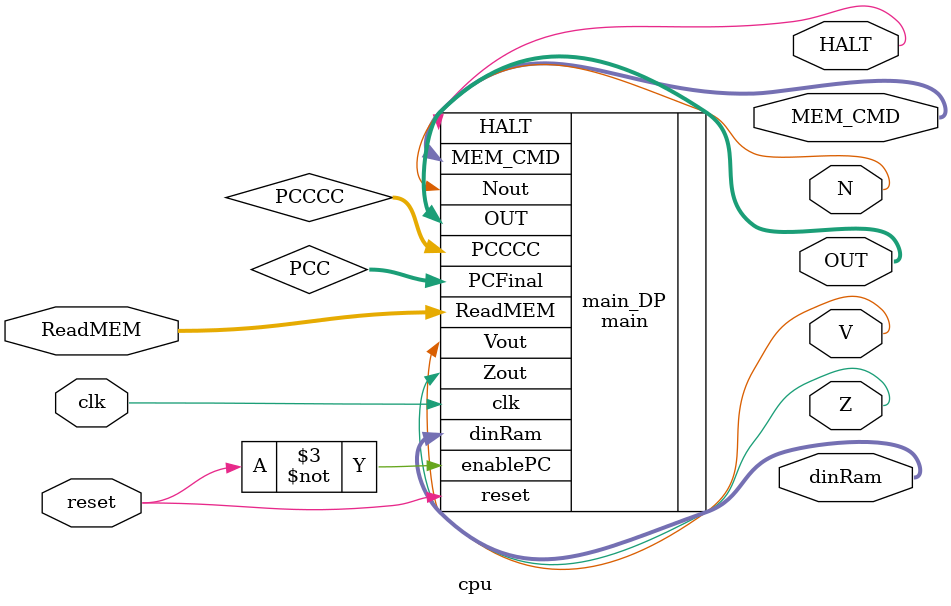
<source format=sv>
module cpu(clk, reset, OUT, N, V, Z, HALT, MEM_CMD, dinRam, ReadMEM);
    input clk, reset;
    input [15:0] ReadMEM; 
    output wire HALT;
    reg [8:0] PC; 
    wire [8:0] PCC, PCCCC;
    output wire [1:0] MEM_CMD;
    
    output wire [15:0] dinRam; 
    output wire  [15:0] OUT;
    output wire N, V, Z; 
    reg resetREM; 

    always_ff @(posedge clk) begin 
        resetREM <= reset;
    end

    always_comb begin
        if(reset) begin 
            PC = 9'd0; //accounts for offset of the pipeline timings 
        end else if(resetREM) begin 
            PC = 9'd0;
        end else begin 
            PC = PCCCC; //accounts for offset of the pipeline timings
        end
    end

    main main_DP(.clk(clk), .reset(reset), .enablePC(~reset), .Zout(Z), .Nout(N), .Vout(V), .OUT(OUT), .HALT(HALT), .PCFinal(PCC), .PCCCC(PCCCC), .MEM_CMD(MEM_CMD), .dinRam(dinRam), .ReadMEM(ReadMEM));

endmodule : cpu
</source>
